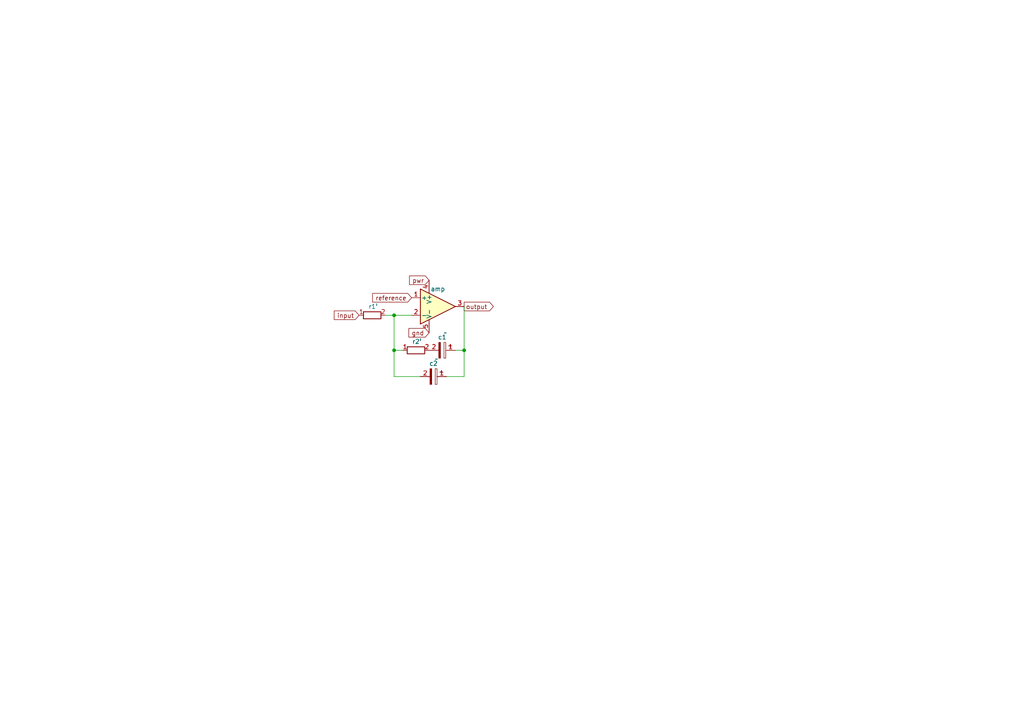
<source format=kicad_sch>
(kicad_sch (version 20231120) (generator "eeschema") (generator_version "8.0")
  (paper "A4")
  (lib_symbols
    (symbol "Device:C_Polarized" (pin_names (offset 0.254))
      (property "Reference" "C" (at 0.635 2.54 0))
      (property "Value" "C_Polarized" (at 0.635 -2.54 0))
      (symbol "C_Polarized_0_1"
        (rectangle (start -2.286 0.508) (end 2.286 1.016))
        (polyline (pts (xy -1.778 2.286) (xy -0.762 2.286)))
        (polyline (pts (xy -1.27 2.794) (xy -1.27 1.778)))
        (rectangle (start 2.286 -0.508) (end -2.286 -1.016) (fill (type outline)))
      )
      (symbol "C_Polarized_1_1"
        (pin passive line (at 0 3.81 270) (length 2.794) (name "~") (number "1"))
        (pin passive line (at 0 -3.81 90) (length 2.794) (name "~") (number "2"))
      )
    )
    (symbol "Device:R" (pin_names (offset 0))
      (property "Reference" "R" (at 2.032 0 90))
      (property "Value" "R" (at 0 0 90))
      (symbol "R_0_1"
        (rectangle (start -1.016 -2.54) (end 1.016 2.54) (stroke (width 0.254)))
      )
      (symbol "R_1_1"
        (pin passive line (at 0 3.81 270) (length 1.27) (name "~") (number "1"))
        (pin passive line (at 0 -3.81 90) (length 1.27) (name "~") (number "2"))
      )
    )
    (symbol "Simulation_SPICE:OPAMP" (pin_names (offset 0.254))
      (property "Reference" "U" (at 3.81 3.175 0))
      (property "Value" "OPAMP" (at 3.81 -3.175 0))
      (symbol "OPAMP_0_1"
        (polyline (pts (xy 5.08 0) (xy -5.08 5.08) (xy -5.08 -5.08) (xy 5.08 0)) (stroke (width 0.254)) (fill (type background)))
      )
      (symbol "OPAMP_1_1"
        (pin input line (at -7.62 2.54 0) (length 2.54) (name "+") (number "1"))
        (pin input line (at -7.62 -2.54 0) (length 2.54) (name "-") (number "2"))
        (pin output line (at 7.62 0 180) (length 2.54) (name "~") (number "3"))
        (pin power_in line (at -2.54 7.62 270) (length 3.81) (name "V+") (number "4"))
        (pin power_in line (at -2.54 -7.62 90) (length 3.81) (name "V-") (number "5"))
      )
    )
  )
  (junction (at 114.3 101.6))
  (junction (at 134.62 101.6))
  (junction (at 114.3 91.44))
  (wire (pts (xy 116.84 101.6) (xy 114.3 101.6)))
  (wire (pts (xy 134.62 109.22) (xy 134.62 101.6)))
  (wire (pts (xy 114.3 101.6) (xy 114.3 91.44)))
  (wire (pts (xy 114.3 101.6) (xy 114.3 109.22)))
  (wire (pts (xy 134.62 101.6) (xy 134.62 88.9)))
  (wire (pts (xy 114.3 91.44) (xy 119.38 91.44)))
  (wire (pts (xy 111.76 91.44) (xy 114.3 91.44)))
  (wire (pts (xy 132.08 101.6) (xy 134.62 101.6)))
  (wire (pts (xy 129.54 109.22) (xy 134.62 109.22)))
  (wire (pts (xy 114.3 109.22) (xy 121.92 109.22)))
  (global_label "input" (shape input) (at 104.14 91.44 180) (property "Intersheetrefs" "${INTERSHEET_REFS}" (effects (hide yes))))
  (global_label "pwr" (shape input) (at 124.46 81.28 180) (property "Intersheetrefs" "${INTERSHEET_REFS}" (effects (hide yes))))
  (global_label "reference" (shape input) (at 119.38 86.36 180) (property "Intersheetrefs" "${INTERSHEET_REFS}" (effects (hide yes))))
  (global_label "output" (shape output) (at 134.62 88.9 0) (property "Intersheetrefs" "${INTERSHEET_REFS}" (effects (hide yes))))
  (global_label "gnd" (shape input) (at 124.46 96.52 180) (property "Intersheetrefs" "${INTERSHEET_REFS}" (effects (hide yes))))
  (symbol (lib_id "Device:R") (at 120.65 101.6 90) (unit 1)
    (property "Reference" "r2" (at 120.65 99.06 90))
    (property "Value" "~" (at 121.9199 99.06 0) (effects (justify left)))
  )
  (symbol (lib_id "Device:C_Polarized") (at 128.27 101.6 270) (unit 1)
    (property "Reference" "c1" (at 128.27 97.79 90))
    (property "Value" "~" (at 129.159 96.52 90))
  )
  (symbol (lib_id "Device:R") (at 107.95 91.44 90) (unit 1)
    (property "Reference" "r1" (at 107.95 88.9 90))
    (property "Value" "~" (at 109.2199 88.9 0) (effects (justify left)))
  )
  (symbol (lib_id "Simulation_SPICE:OPAMP") (at 127 88.9 0) (unit 1)
    (property "Reference" "amp" (at 127 83.82 0))
    (property "Value" "${SIM.PARAMS}" (at 137.16 86.741 0))
  )
  (symbol (lib_id "Device:C_Polarized") (at 125.73 109.22 270) (unit 1)
    (property "Reference" "c2" (at 125.73 105.41 90))
    (property "Value" "~" (at 126.619 104.14 90))
  )
)
</source>
